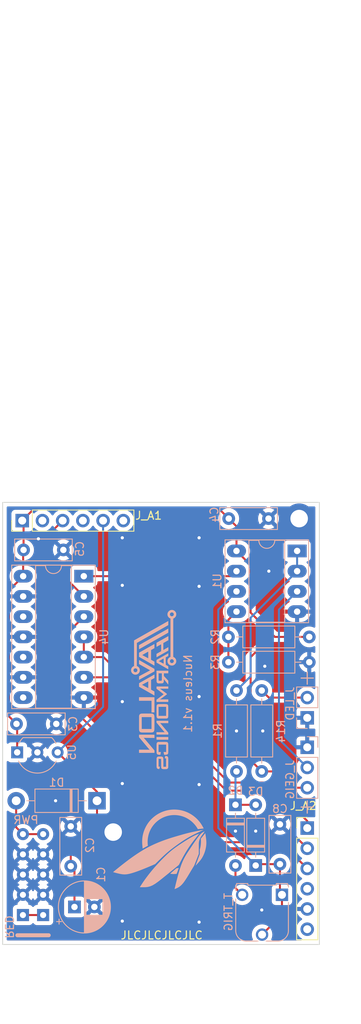
<source format=kicad_pcb>
(kicad_pcb (version 20211014) (generator pcbnew)
  (title_block (date "2022-03-21"))
  (layers (0 "F.Cu" signal) (31 "B.Cu" signal) (34 "B.Paste" user) (35 "F.Paste" user) (36 "B.SilkS" user "B.Silkscreen") (37 "F.SilkS" user "F.Silkscreen") (38 "B.Mask" user) (39 "F.Mask" user) (44 "Edge.Cuts" user))
  (net 0 "")
  (net 1 "GND")
  (net 2 "+5V")
  (net 3 "Net-(R2-Pad2)")
  (net 4 "Net-(D2-Pad1)")
  (net 5 "Net-(R1-Pad1)")
  (net 6 "Net-(C8-Pad1)")
  (net 7 "Net-(D2-Pad2)")
  (net 8 "Net-(U1-Pad7)")
  (net 9 "Net-(J_A1-Pad3)")
  (net 10 "Net-(J_A2-Pad3)")
  (net 11 "Net-(J_A2-Pad1)")
  (net 15 "unconnected-(PWR1-Pad3)")
  (net 21 "Net-(D1-Pad2)")
  (net 22 "Net-(J_LED1-Pad2)")
  (net 23 "Net-(J_GEIG1-Pad2)")
  (net 24 "+12V")
  (net 25 "Net-(J_A2-Pad2)")
  (footprint "Connector_PinHeader_2.54mm:PinHeader_1x06_P2.54mm_Vertical" (layer "F.Cu") (at 155.956 135.89)
    (fp_text reference "J_A2" (at -0.508 -2.794) (layer "F.SilkS"))
    (fp_text value "Conn_01x06_Male")
    (pad "1" thru_hole rect (at 0 0) (size 1.7 1.7) (drill 1) (layers *.Cu *.Mask) (net 11 "Net-(J_A2-Pad1)"))
    (pad "2" thru_hole oval (at 0 2.54) (size 1.7 1.7) (drill 1) (layers *.Cu *.Mask) (net 25 "Net-(J_A2-Pad2)"))
    (pad "3" thru_hole oval (at 0 5.08) (size 1.7 1.7) (drill 1) (layers *.Cu *.Mask) (net 10 "Net-(J_A2-Pad3)"))
    (pad "4" thru_hole oval (at 0 7.62) (size 1.7 1.7) (drill 1) (layers *.Cu *.Mask))
    (pad "5" thru_hole oval (at 0 10.16) (size 1.7 1.7) (drill 1) (layers *.Cu *.Mask) (net 1 "GND"))
    (pad "6" thru_hole oval (at 0 12.7) (size 1.7 1.7) (drill 1) (layers *.Cu *.Mask))
  )
  (footprint "Connector_PinHeader_2.54mm:PinHeader_1x06_P2.54mm_Vertical" (layer "F.Cu") (at 120.142 97.282 90)
    (fp_text reference "J_A1" (at 0.635 15.875) (layer "F.SilkS"))
    (fp_text value "Conn_01x06_Male")
    (pad "1" thru_hole rect (at 0 0 90) (size 1.7 1.7) (drill 1) (layers *.Cu *.Mask) (net 2 "+5V"))
    (pad "2" thru_hole oval (at 0 2.54 90) (size 1.7 1.7) (drill 1) (layers *.Cu *.Mask))
    (pad "3" thru_hole oval (at 0 5.08 90) (size 1.7 1.7) (drill 1) (layers *.Cu *.Mask) (net 9 "Net-(J_A1-Pad3)"))
    (pad "4" thru_hole oval (at 0 7.62 90) (size 1.7 1.7) (drill 1) (layers *.Cu *.Mask))
    (pad "5" thru_hole oval (at 0 10.16 90) (size 1.7 1.7) (drill 1) (layers *.Cu *.Mask) (net 24 "+12V"))
    (pad "6" thru_hole oval (at 0 12.7 90) (size 1.7 1.7) (drill 1) (layers *.Cu *.Mask))
  )
  (footprint "Eurorack:M2 Screw Hole" (layer "F.Cu") (at 131.572 136.398)
    (fp_text reference "REF**" hide)
    (fp_text value "M2 Screw Hole" hide)
    (pad "" thru_hole circle (at 0 0) (size 3.8 3.8) (drill 2.2) (layers *.Cu *.Mask) (net 1 "GND"))
  )
  (footprint "Eurorack:M2 Screw Hole" (layer "F.Cu") (at 154.94 97.028)
    (fp_text reference "REF**" hide)
    (fp_text value "M2 Screw Hole" hide)
    (pad "" thru_hole circle (at 0 0) (size 3.8 3.8) (drill 2.2) (layers *.Cu *.Mask) (net 1 "GND"))
  )
  (footprint "Potentiometer_THT:Potentiometer_Runtron_RM-065_Vertical" (layer "B.Cu") (at 152.781 144.272 180)
    (fp_text reference "T_TRIG1" hide)
    (fp_text value "B1M")
    (pad "1" thru_hole rect (at 0 0 180) (size 1.56 1.56) (drill 1) (layers *.Cu *.Mask) (net 6 "Net-(C8-Pad1)"))
    (pad "2" thru_hole circle (at 2.5 -5 180) (size 1.56 1.56) (drill 1) (layers *.Cu *.Mask) (net 6 "Net-(C8-Pad1)"))
    (pad "3" thru_hole circle (at 5 0 180) (size 1.56 1.56) (drill 1) (layers *.Cu *.Mask) (net 7 "Net-(D2-Pad2)"))
  )
  (footprint "Capacitor_THT:CP_Radial_D6.3mm_P2.50mm" (layer "B.Cu") (at 126.706621 145.796)
    (fp_text reference "C1" (at 3.341379 -4.064 90) (layer "B.SilkS") (effects (justify mirror)))
    (fp_text value "47uF")
    (pad "1" thru_hole rect (at 0 0) (size 1.6 1.6) (drill 0.8) (layers *.Cu *.Mask) (net 24 "+12V"))
    (pad "2" thru_hole circle (at 2.5 0) (size 1.6 1.6) (drill 0.8) (layers *.Cu *.Mask) (net 1 "GND"))
  )
  (footprint "Diode_THT:D_DO-41_SOD81_P10.16mm_Horizontal" (layer "B.Cu") (at 129.54 132.461 180)
    (fp_text reference "D1" (at 5.08 2.286) (layer "B.SilkS") (effects (justify mirror)))
    (fp_text value "1N4001")
    (pad "1" thru_hole rect (at 0 0 180) (size 2.2 2.2) (drill 1.1) (layers *.Cu *.Mask) (net 24 "+12V"))
    (pad "2" thru_hole oval (at 10.16 0 180) (size 2.2 2.2) (drill 1.1) (layers *.Cu *.Mask) (net 21 "Net-(D1-Pad2)"))
  )
  (footprint "Resistor_THT:R_Axial_DIN0207_L6.3mm_D2.5mm_P10.16mm_Horizontal" (layer "B.Cu") (at 146.05 115.062)
    (fp_text reference "R3" (at -1.651 0 90) (layer "B.SilkS") (effects (justify mirror)))
    (fp_text value "10k")
    (pad "1" thru_hole circle (at 0 0) (size 1.6 1.6) (drill 0.8) (layers *.Cu *.Mask) (net 3 "Net-(R2-Pad2)"))
    (pad "2" thru_hole oval (at 10.16 0) (size 1.6 1.6) (drill 0.8) (layers *.Cu *.Mask) (net 1 "GND"))
  )
  (footprint "Logos:Avali Logo 10mm" (layer "B.Cu") (at 137.414 138.557 -90)
    (fp_text reference "G***" hide)
    (fp_text value "LOGO" hide)
  )
  (footprint "Capacitor_THT:C_Disc_D7.0mm_W2.5mm_P5.00mm" (layer "B.Cu") (at 152.527 140.422 90)
    (fp_text reference "C8" (at 6.945 0) (layer "B.SilkS") (effects (justify mirror)))
    (fp_text value "10nF")
    (pad "1" thru_hole circle (at 0 0 90) (size 1.6 1.6) (drill 0.8) (layers *.Cu *.Mask) (net 6 "Net-(C8-Pad1)"))
    (pad "2" thru_hole circle (at 5 0 90) (size 1.6 1.6) (drill 0.8) (layers *.Cu *.Mask) (net 1 "GND"))
  )
  (footprint "Diode_THT:D_DO-35_SOD27_P7.62mm_Horizontal" (layer "B.Cu") (at 149.479 140.589 90)
    (fp_text reference "D3" (at 9.271 0 180) (layer "B.SilkS") (effects (justify mirror)))
    (fp_text value "1N4148")
    (pad "1" thru_hole rect (at 0 0 90) (size 1.6 1.6) (drill 0.8) (layers *.Cu *.Mask) (net 6 "Net-(C8-Pad1)"))
    (pad "2" thru_hole oval (at 7.62 0 90) (size 1.6 1.6) (drill 0.8) (layers *.Cu *.Mask) (net 4 "Net-(D2-Pad1)"))
  )
  (footprint "Package_DIP:DIP-14_W7.62mm_Socket_LongPads" (layer "B.Cu") (at 127.879 104.262 180)
    (fp_text reference "U4" (at -2.55 -7.625 90) (layer "B.SilkS") (effects (justify mirror)))
    (fp_text value "74HC04")
    (pad "1" thru_hole rect (at 0 0 180) (size 2.4 1.6) (drill 0.8) (layers *.Cu *.Mask) (net 8 "Net-(U1-Pad7)"))
    (pad "2" thru_hole oval (at 0 -2.54 180) (size 2.4 1.6) (drill 0.8) (layers *.Cu *.Mask) (net 9 "Net-(J_A1-Pad3)"))
    (pad "3" thru_hole oval (at 0 -5.08 180) (size 2.4 1.6) (drill 0.8) (layers *.Cu *.Mask) (net 10 "Net-(J_A2-Pad3)"))
    (pad "4" thru_hole oval (at 0 -7.62 180) (size 2.4 1.6) (drill 0.8) (layers *.Cu *.Mask) (net 11 "Net-(J_A2-Pad1)"))
    (pad "5" thru_hole oval (at 0 -10.16 180) (size 2.4 1.6) (drill 0.8) (layers *.Cu *.Mask) (net 11 "Net-(J_A2-Pad1)"))
    (pad "6" thru_hole oval (at 0 -12.7 180) (size 2.4 1.6) (drill 0.8) (layers *.Cu *.Mask) (net 25 "Net-(J_A2-Pad2)"))
    (pad "7" thru_hole oval (at 0 -15.24 180) (size 2.4 1.6) (drill 0.8) (layers *.Cu *.Mask) (net 1 "GND"))
    (pad "8" thru_hole oval (at 7.62 -15.24 180) (size 2.4 1.6) (drill 0.8) (layers *.Cu *.Mask))
    (pad "9" thru_hole oval (at 7.62 -12.7 180) (size 2.4 1.6) (drill 0.8) (layers *.Cu *.Mask) (net 1 "GND"))
    (pad "10" thru_hole oval (at 7.62 -10.16 180) (size 2.4 1.6) (drill 0.8) (layers *.Cu *.Mask))
    (pad "11" thru_hole oval (at 7.62 -7.62 180) (size 2.4 1.6) (drill 0.8) (layers *.Cu *.Mask) (net 1 "GND"))
    (pad "12" thru_hole oval (at 7.62 -5.08 180) (size 2.4 1.6) (drill 0.8) (layers *.Cu *.Mask))
    (pad "13" thru_hole oval (at 7.62 -2.54 180) (size 2.4 1.6) (drill 0.8) (layers *.Cu *.Mask) (net 1 "GND"))
    (pad "14" thru_hole oval (at 7.62 0 180) (size 2.4 1.6) (drill 0.8) (layers *.Cu *.Mask) (net 2 "+5V"))
  )
  (footprint "Resistor_THT:R_Axial_DIN0207_L6.3mm_D2.5mm_P10.16mm_Horizontal" (layer "B.Cu") (at 156.21 111.887 180)
    (fp_text reference "R2" (at 11.811 0 90) (layer "B.SilkS") (effects (justify mirror)))
    (fp_text value "120k")
    (pad "1" thru_hole circle (at 0 0 180) (size 1.6 1.6) (drill 0.8) (layers *.Cu *.Mask) (net 2 "+5V"))
    (pad "2" thru_hole oval (at 10.16 0 180) (size 1.6 1.6) (drill 0.8) (layers *.Cu *.Mask) (net 3 "Net-(R2-Pad2)"))
  )
  (footprint "Resistor_THT:R_Axial_DIN0207_L6.3mm_D2.5mm_P10.16mm_Horizontal" (layer "B.Cu") (at 150.241 118.618 -90)
    (fp_text reference "R14" (at 5.12 -2.413 90) (layer "B.SilkS") (effects (justify mirror)))
    (fp_text value "1k")
    (pad "1" thru_hole circle (at 0 0 270) (size 1.6 1.6) (drill 0.8) (layers *.Cu *.Mask) (net 22 "Net-(J_LED1-Pad2)"))
    (pad "2" thru_hole oval (at 10.16 0 270) (size 1.6 1.6) (drill 0.8) (layers *.Cu *.Mask) (net 2 "+5V"))
  )
  (footprint "Capacitor_THT:C_Disc_D7.0mm_W2.5mm_P5.00mm" (layer "B.Cu") (at 120.309 100.965)
    (fp_text reference "C5" (at 7.072 -0.127 90) (layer "B.SilkS") (effects (justify mirror)))
    (fp_text value "0.1uF")
    (pad "1" thru_hole circle (at 0 0) (size 1.6 1.6) (drill 0.8) (layers *.Cu *.Mask) (net 2 "+5V"))
    (pad "2" thru_hole circle (at 5 0) (size 1.6 1.6) (drill 0.8) (layers *.Cu *.Mask) (net 1 "GND"))
  )
  (footprint "Capacitor_THT:C_Disc_D7.0mm_W2.5mm_P5.00mm" (layer "B.Cu") (at 126.238 140.676 90)
    (fp_text reference "C2" (at 2.627 2.413 90) (layer "B.SilkS") (effects (justify mirror)))
    (fp_text value "0.1uF")
    (pad "1" thru_hole circle (at 0 0 90) (size 1.6 1.6) (drill 0.8) (layers *.Cu *.Mask) (net 24 "+12V"))
    (pad "2" thru_hole circle (at 5 0 90) (size 1.6 1.6) (drill 0.8) (layers *.Cu *.Mask) (net 1 "GND"))
  )
  (footprint "Logos:Avalon Harmonics 20mm" (layer "B.Cu") (at 136.652 118.491 -90)
    (fp_text reference "G***" hide)
    (fp_text value "LOGO" hide)
  )
  (footprint "Package_DIP:DIP-8_W7.62mm_Socket_LongPads" (layer "B.Cu") (at 154.686 101.092 180)
    (fp_text reference "U1" (at 10.033 -3.81 90) (layer "B.SilkS") (effects (justify mirror)))
    (fp_text value "LM358")
    (pad "1" thru_hole rect (at 0 0 180) (size 2.4 1.6) (drill 0.8) (layers *.Cu *.Mask) (net 5 "Net-(R1-Pad1)"))
    (pad "2" thru_hole oval (at 0 -2.54 180) (size 2.4 1.6) (drill 0.8) (layers *.Cu *.Mask) (net 5 "Net-(R1-Pad1)"))
    (pad "3" thru_hole oval (at 0 -5.08 180) (size 2.4 1.6) (drill 0.8) (layers *.Cu *.Mask) (net 23 "Net-(J_GEIG1-Pad2)"))
    (pad "4" thru_hole oval (at 0 -7.62 180) (size 2.4 1.6) (drill 0.8) (layers *.Cu *.Mask) (net 1 "GND"))
    (pad "5" thru_hole oval (at 7.62 -7.62 180) (size 2.4 1.6) (drill 0.8) (layers *.Cu *.Mask) (net 3 "Net-(R2-Pad2)"))
    (pad "6" thru_hole oval (at 7.62 -5.08 180) (size 2.4 1.6) (drill 0.8) (layers *.Cu *.Mask) (net 6 "Net-(C8-Pad1)"))
    (pad "7" thru_hole oval (at 7.62 -2.54 180) (size 2.4 1.6) (drill 0.8) (layers *.Cu *.Mask) (net 8 "Net-(U1-Pad7)"))
    (pad "8" thru_hole oval (at 7.62 0 180) (size 2.4 1.6) (drill 0.8) (layers *.Cu *.Mask) (net 2 "+5V"))
  )
  (footprint "Capacitor_THT:C_Disc_D7.0mm_W2.5mm_P5.00mm" (layer "B.Cu") (at 119.42 122.809)
    (fp_text reference "C3" (at 7.112 0 90) (layer "B.SilkS") (effects (justify mirror)))
    (fp_text value "0.1uF")
    (pad "1" thru_hole circle (at 0 0) (size 1.6 1.6) (drill 0.8) (layers *.Cu *.Mask) (net 2 "+5V"))
    (pad "2" thru_hole circle (at 5 0) (size 1.6 1.6) (drill 0.8) (layers *.Cu *.Mask) (net 1 "GND"))
  )
  (footprint "Capacitor_THT:C_Disc_D7.0mm_W2.5mm_P5.00mm" (layer "B.Cu") (at 146.09 97.028)
    (fp_text reference "C4" (at -1.818 -0.508 270) (layer "B.SilkS") (effects (justify mirror)))
    (fp_text value "0.1uF")
    (pad "1" thru_hole circle (at 0 0) (size 1.6 1.6) (drill 0.8) (layers *.Cu *.Mask) (net 2 "+5V"))
    (pad "2" thru_hole circle (at 5 0) (size 1.6 1.6) (drill 0.8) (layers *.Cu *.Mask) (net 1 "GND"))
  )
  (footprint "Connector_PinHeader_2.54mm:PinHeader_1x03_P2.54mm_Vertical" (layer "B.Cu") (at 155.956 125.745 180)
    (fp_text reference "J_GEIG1" hide)
    (fp_text value "Conn_01x03_Male")
    (pad "1" thru_hole rect (at 0 0 180) (size 1.7 1.7) (drill 1) (layers *.Cu *.Mask) (net 1 "GND"))
    (pad "2" thru_hole oval (at 0 -2.54 180) (size 1.7 1.7) (drill 1) (layers *.Cu *.Mask) (net 23 "Net-(J_GEIG1-Pad2)"))
    (pad "3" thru_hole oval (at 0 -5.08 180) (size 1.7 1.7) (drill 1) (layers *.Cu *.Mask) (net 2 "+5V"))
  )
  (footprint "Eurorack:Eurorack Power 10 Pin" (layer "B.Cu") (at 122.769621 141.732 180)
    (fp_text reference "PWR1" hide)
    (fp_text value "PWR_10_Pin" hide)
    (fp_text user "PWR" (at 2.159 6.858) (layer "B.SilkS") (effects (justify mirror)))
    (fp_text user "RED" (at 4.278621 -8.128 270 unlocked) (layer "B.SilkS") (effects (justify left mirror)))
    (pad "1" thru_hole circle (at 0 5.08 180) (size 1.524 1.524) (drill 0.762) (layers *.Cu *.Mask) (net 21 "Net-(D1-Pad2)"))
    (pad "1" thru_hole circle (at 2.54 5.08 180) (size 1.524 1.524) (drill 0.762) (layers *.Cu *.Mask) (net 21 "Net-(D1-Pad2)"))
    (pad "2" thru_hole circle (at 2.54 -2.54 180) (size 1.524 1.524) (drill 0.762) (layers *.Cu *.Mask) (net 1 "GND"))
    (pad "2" thru_hole circle (at 0 0 180) (size 1.524 1.524) (drill 0.762) (layers *.Cu *.Mask) (net 1 "GND"))
    (pad "2" thru_hole circle (at 2.54 0 180) (size 1.524 1.524) (drill 0.762) (layers *.Cu *.Mask) (net 1 "GND"))
    (pad "2" thru_hole circle (at 0 -2.54 180) (size 1.524 1.524) (drill 0.762) (layers *.Cu *.Mask) (net 1 "GND"))
    (pad "2" thru_hole circle (at 2.54 2.54 180) (size 1.524 1.524) (drill 0.762) (layers *.Cu *.Mask) (net 1 "GND"))
    (pad "2" thru_hole circle (at 0 2.54 180) (size 1.524 1.524) (drill 0.762) (layers *.Cu *.Mask) (net 1 "GND"))
    (pad "3" thru_hole rect (at 0 -5.08 180) (size 1.524 1.524) (drill 0.762) (layers *.Cu *.Mask) (net 15 "unconnected-(PWR1-Pad3)"))
    (pad "3" thru_hole rect (at 2.54 -5.08 180) (size 1.524 1.524) (drill 0.762) (layers *.Cu *.Mask) (net 15 "unconnected-(PWR1-Pad3)"))
  )
  (footprint "Package_TO_SOT_THT:TO-92_Inline_Wide" (layer "B.Cu") (at 119.507 126.386)
    (fp_text reference "U5" (at 6.858 -0.021 90) (layer "B.SilkS") (effects (justify mirror)))
    (fp_text value "78L05")
    (pad "1" thru_hole rect (at 0 0) (size 1.5 1.5) (drill 0.8) (layers *.Cu *.Mask) (net 2 "+5V"))
    (pad "2" thru_hole circle (at 2.54 0) (size 1.5 1.5) (drill 0.8) (layers *.Cu *.Mask) (net 1 "GND"))
    (pad "3" thru_hole circle (at 5.08 0) (size 1.5 1.5) (drill 0.8) (layers *.Cu *.Mask) (net 24 "+12V"))
  )
  (footprint "Connector_PinHeader_2.54mm:PinHeader_1x02_P2.54mm_Vertical" (layer "B.Cu") (at 155.956 122.047)
    (fp_text reference "J_LED1" hide)
    (fp_text value "Conn_01x02_Male")
    (pad "1" thru_hole rect (at 0 0) (size 1.7 1.7) (drill 1) (layers *.Cu *.Mask) (net 1 "GND"))
    (pad "2" thru_hole oval (at 0 -2.54) (size 1.7 1.7) (drill 1) (layers *.Cu *.Mask) (net 22 "Net-(J_LED1-Pad2)"))
  )
  (footprint "Resistor_THT:R_Axial_DIN0207_L6.3mm_D2.5mm_P10.16mm_Horizontal" (layer "B.Cu") (at 147.066 118.618 -90)
    (fp_text reference "R1" (at 5.08 2.37 90) (layer "B.SilkS") (effects (justify mirror)))
    (fp_text value "220")
    (pad "1" thru_hole circle (at 0 0 270) (size 1.6 1.6) (drill 0.8) (layers *.Cu *.Mask) (net 5 "Net-(R1-Pad1)"))
    (pad "2" thru_hole oval (at 10.16 0 270) (size 1.6 1.6) (drill 0.8) (layers *.Cu *.Mask) (net 4 "Net-(D2-Pad1)"))
  )
  (footprint "Diode_THT:D_DO-35_SOD27_P7.62mm_Horizontal" (layer "B.Cu") (at 146.939 132.969 -90)
    (fp_text reference "D2" (at -1.778 0 180) (layer "B.SilkS") (effects (justify mirror)))
    (fp_text value "1N4148")
    (pad "1" thru_hole rect (at 0 0 270) (size 1.6 1.6) (drill 0.8) (layers *.Cu *.Mask) (net 4 "Net-(D2-Pad1)"))
    (pad "2" thru_hole oval (at 7.62 0 270) (size 1.6 1.6) (drill 0.8) (layers *.Cu *.Mask) (net 7 "Net-(D2-Pad2)"))
  )
  (gr_rect (start 117.68 94.996) (end 157.48 150.51) (layer "Edge.Cuts") (width 0.1) (fill none))
  (gr_text "Nucleus v1.1" (at 140.97 118.999 90) (layer "B.SilkS") (effects (font (size 1 1)) (justify mirror)))
  (gr_text "J_GEIG\n" (at 153.797 129.794 90) (layer "B.SilkS") (effects (font (size 1 1)) (justify mirror)))
  (gr_text "J_LED\n" (at 153.797 120.269 90) (layer "B.SilkS") (effects (font (size 1 1)) (justify mirror)))
  (gr_text "+" (at 155.956 117.211 180) (layer "B.SilkS") (effects (font (size 2 2)) (justify mirror)))
  (gr_text "T_TRIG" (at 146.05 146.431 90) (layer "B.SilkS") (effects (font (size 1 1)) (justify mirror)))
  (gr_text "+" (at 155.956 133.096) (layer "B.SilkS") (effects (font (size 2 2)) (justify mirror)))
  (gr_text "JLCJLCJLCJLC" (at 137.668 149.352) (layer "F.SilkS") (effects (font (size 1 1))))
  (via (at 150.241 146.177) (size 0.8) (drill 0.4) (layers "F.Cu" "B.Cu") (net 1))
  (via (at 122.174 99.568) (size 0.8) (drill 0.4) (layers "F.Cu" "B.Cu") (net 1))
  (via (at 132.715 99.441) (size 0.8) (drill 0.4) (layers "F.Cu" "B.Cu") (net 1))
  (via (at 147.066 123.698) (size 0.8) (drill 0.4) (layers "F.Cu" "B.Cu") (net 1))
  (via (at 132.715 147.574) (size 0.8) (drill 0.4) (layers "F.Cu" "B.Cu") (net 1))
  (via (at 132.715 130.302) (size 0.8) (drill 0.4) (layers "F.Cu" "B.Cu") (net 1))
  (via (at 150.622 115.57) (size 0.8) (drill 0.4) (layers "F.Cu" "B.Cu") (net 1))
  (via (at 142.367 130.429) (size 0.8) (drill 0.4) (layers "F.Cu" "B.Cu") (net 1))
  (via (at 142.367 119.38) (size 0.8) (drill 0.4) (layers "F.Cu" "B.Cu") (net 1))
  (via (at 124.333 132.461) (size 0.8) (drill 0.4) (layers "F.Cu" "B.Cu") (net 1))
  (via (at 151.13 103.632) (size 0.8) (drill 0.4) (layers "F.Cu" "B.Cu") (net 1))
  (via (at 150.368 123.698) (size 0.8) (drill 0.4) (layers "F.Cu" "B.Cu") (net 1))
  (via (at 146.939 136.271) (size 0.8) (drill 0.4) (layers "F.Cu" "B.Cu") (net 1))
  (via (at 142.367 147.701) (size 0.8) (drill 0.4) (layers "F.Cu" "B.Cu") (net 1))
  (via (at 142.367 99.441) (size 0.8) (drill 0.4) (layers "F.Cu" "B.Cu") (net 1))
  (via (at 132.715 120.015) (size 0.8) (drill 0.4) (layers "F.Cu" "B.Cu") (net 1))
  (via (at 132.715 105.41) (size 0.8) (drill 0.4) (layers "F.Cu" "B.Cu") (net 1))
  (via (at 149.479 136.271) (size 0.8) (drill 0.4) (layers "F.Cu" "B.Cu") (net 1))
  (via (at 142.367 105.537) (size 0.8) (drill 0.4) (layers "F.Cu" "B.Cu") (net 1))
  (segment (start 120.309 100.965) (end 120.309 97.449) (width 0.25) (layer "F.Cu") (net 2))
  (segment (start 120.309 97.449) (end 120.142 97.282) (width 0.25) (layer "F.Cu") (net 2))
  (segment (start 120.142 97.282) (end 121.539 95.885) (width 0.25) (layer "F.Cu") (net 2))
  (segment (start 147.066 98.004) (end 146.09 97.028) (width 0.25) (layer "F.Cu") (net 2))
  (segment (start 119.507 126.386) (end 119.507 122.896) (width 0.25) (layer "F.Cu") (net 2))
  (segment (start 155.956 130.825) (end 153.939 130.825) (width 0.25) (layer "F.Cu") (net 2))
  (segment (start 147.066 101.092) (end 147.066 98.004) (width 0.25) (layer "F.Cu") (net 2))
  (segment (start 120.259 104.262) (end 118.491 106.03) (width 0.25) (layer "F.Cu") (net 2))
  (segment (start 148.844 114.427) (end 151.638 111.633) (width 0.25) (layer "F.Cu") (net 2))
  (segment (start 148.844 108.839) (end 151.638 111.633) (width 0.25) (layer "F.Cu") (net 2))
  (segment (start 151.892 128.778) (end 150.241 128.778) (width 0.25) (layer "F.Cu") (net 2))
  (segment (start 153.939 130.825) (end 151.892 128.778) (width 0.25) (layer "F.Cu") (net 2))
  (segment (start 119.507 122.896) (end 119.42 122.809) (width 0.25) (layer "F.Cu") (net 2))
  (segment (start 148.844 127.381) (end 148.844 114.427) (width 0.25) (layer "F.Cu") (net 2))
  (segment (start 120.259 101.015) (end 120.309 100.965) (width 0.25) (layer "F.Cu") (net 2))
  (segment (start 118.491 106.03) (end 118.491 121.88) (width 0.25) (layer "F.Cu") (net 2))
  (segment (start 151.638 111.633) (end 151.892 111.887) (width 0.25) (layer "F.Cu") (net 2))
  (segment (start 118.491 121.88) (end 119.42 122.809) (width 0.25) (layer "F.Cu") (net 2))
  (segment (start 121.539 95.885) (end 144.947 95.885) (width 0.25) (layer "F.Cu") (net 2))
  (segment (start 150.241 128.778) (end 148.844 127.381) (width 0.25) (layer "F.Cu") (net 2))
  (segment (start 147.066 101.092) (end 148.844 102.87) (width 0.25) (layer "F.Cu") (net 2))
  (segment (start 148.844 102.87) (end 148.844 108.839) (width 0.25) (layer "F.Cu") (net 2))
  (segment (start 120.259 104.262) (end 120.259 101.015) (width 0.25) (layer "F.Cu") (net 2))
  (segment (start 151.892 111.887) (end 156.21 111.887) (width 0.25) (layer "F.Cu") (net 2))
  (segment (start 144.947 95.885) (end 146.09 97.028) (width 0.25) (layer "F.Cu") (net 2))
  (segment (start 146.05 109.728) (end 147.066 108.712) (width 0.25) (layer "F.Cu") (net 3))
  (segment (start 146.05 115.062) (end 146.05 111.887) (width 0.25) (layer "F.Cu") (net 3))
  (segment (start 146.05 111.887) (end 146.05 109.728) (width 0.25) (layer "F.Cu") (net 3))
  (segment (start 149.479 132.969) (end 146.939 132.969) (width 0.25) (layer "F.Cu") (net 4))
  (segment (start 146.939 132.969) (end 146.939 128.905) (width 0.25) (layer "B.Cu") (net 4))
  (segment (start 154.686 103.632) (end 154.686 101.092) (width 0.25) (layer "B.Cu") (net 5))
  (segment (start 148.844 116.84) (end 147.066 118.618) (width 0.25) (layer "B.Cu") (net 5))
  (segment (start 154.686 103.632) (end 148.844 109.474) (width 0.25) (layer "B.Cu") (net 5))
  (segment (start 148.844 109.474) (end 148.844 116.84) (width 0.25) (layer "B.Cu") (net 5))
  (segment (start 152.781 146.772) (end 150.281 149.272) (width 0.25) (layer "F.Cu") (net 6))
  (segment (start 149.646 140.422) (end 149.479 140.589) (width 0.25) (layer "F.Cu") (net 6))
  (segment (start 152.527 140.422) (end 149.646 140.422) (width 0.25) (layer "F.Cu") (net 6))
  (segment (start 152.781 144.272) (end 152.781 146.772) (width 0.25) (layer "F.Cu") (net 6))
  (segment (start 152.527 144.018) (end 152.781 144.272) (width 0.25) (layer "F.Cu") (net 6))
  (segment (start 152.527 140.422) (end 152.527 144.018) (width 0.25) (layer "F.Cu") (net 6))
  (segment (start 144.78 135.89) (end 144.78 108.458) (width 0.25) (layer "B.Cu") (net 6))
  (segment (start 149.479 140.589) (end 144.78 135.89) (width 0.25) (layer "B.Cu") (net 6))
  (segment (start 144.78 108.458) (end 147.066 106.172) (width 0.25) (layer "B.Cu") (net 6))
  (segment (start 146.939 143.43) (end 147.781 144.272) (width 0.25) (layer "F.Cu") (net 7))
  (segment (start 146.939 140.589) (end 146.939 143.43) (width 0.25) (layer "F.Cu") (net 7))
  (segment (start 127.879 104.262) (end 146.436 104.262) (width 0.25) (layer "F.Cu") (net 8))
  (segment (start 146.436 104.262) (end 147.066 103.632) (width 0.25) (layer "F.Cu") (net 8))
  (segment (start 123.698 98.806) (end 125.222 97.282) (width 0.25) (layer "F.Cu") (net 9))
  (segment (start 127.879 106.802) (end 123.698 102.621) (width 0.25) (layer "F.Cu") (net 9))
  (segment (start 123.698 102.621) (end 123.698 98.806) (width 0.25) (layer "F.Cu") (net 9))
  (segment (start 143.256 137.668) (end 125.603 120.015) (width 0.25) (layer "F.Cu") (net 10))
  (segment (start 125.603 111.618) (end 127.879 109.342) (width 0.25) (layer "F.Cu") (net 10))
  (segment (start 152.654 137.668) (end 143.256 137.668) (width 0.25) (layer "F.Cu") (net 10))
  (segment (start 155.956 140.97) (end 152.654 137.668) (width 0.25) (layer "F.Cu") (net 10))
  (segment (start 125.603 120.015) (end 125.603 111.618) (width 0.25) (layer "F.Cu") (net 10))
  (segment (start 130.3605 114.422) (end 127.879 114.422) (width 0.25) (layer "F.Cu") (net 11))
  (segment (start 146.1135 130.175) (end 130.3605 114.422) (width 0.25) (layer "F.Cu") (net 11))
  (segment (start 151.13 130.175) (end 146.1135 130.175) (width 0.25) (layer "F.Cu") (net 11))
  (segment (start 155.956 135.89) (end 155.956 135.001) (width 0.25) (layer "F.Cu") (net 11))
  (segment (start 127.879 111.882) (end 127.879 114.422) (width 0.25) (layer "F.Cu") (net 11))
  (segment (start 155.956 135.001) (end 151.13 130.175) (width 0.25) (layer "F.Cu") (net 11))
  (segment (start 120.229621 146.812) (end 122.769621 146.812) (width 0.25) (layer "F.Cu") (net 15))
  (segment (start 119.38 135.802379) (end 120.229621 136.652) (width 0.25) (layer "F.Cu") (net 21))
  (segment (start 119.38 132.461) (end 119.38 135.802379) (width 0.25) (layer "F.Cu") (net 21))
  (segment (start 120.229621 136.652) (end 122.769621 136.652) (width 0.25) (layer "F.Cu") (net 21))
  (segment (start 151.13 119.507) (end 150.241 118.618) (width 0.25) (layer "F.Cu") (net 22))
  (segment (start 155.956 119.507) (end 151.13 119.507) (width 0.25) (layer "F.Cu") (net 22))
  (segment (start 154.686 106.172) (end 152.4 108.458) (width 0.25) (layer "B.Cu") (net 23))
  (segment (start 152.4 124.729) (end 155.956 128.285) (width 0.25) (layer "B.Cu") (net 23))
  (segment (start 152.4 108.458) (end 152.4 124.729) (width 0.25) (layer "B.Cu") (net 23))
  (segment (start 126.706621 145.796) (end 126.706621 141.144621) (width 0.25) (layer "F.Cu") (net 24))
  (segment (start 129.54 135.01263) (end 129.54 132.461) (width 0.25) (layer "F.Cu") (net 24))
  (segment (start 126.238 140.676) (end 126.238 138.31463) (width 0.25) (layer "F.Cu") (net 24))
  (segment (start 129.54 131.339) (end 124.587 126.386) (width 0.25) (layer "F.Cu") (net 24))
  (segment (start 129.54 132.461) (end 129.54 131.339) (width 0.25) (layer "F.Cu") (net 24))
  (segment (start 126.238 138.31463) (end 129.54 135.01263) (width 0.25) (layer "F.Cu") (net 24))
  (segment (start 126.706621 141.144621) (end 126.238 140.676) (width 0.25) (layer "F.Cu") (net 24))
  (segment (start 130.302 120.671) (end 130.302 97.282) (width 0.25) (layer "B.Cu") (net 24))
  (segment (start 124.587 126.386) (end 130.302 120.671) (width 0.25) (layer "B.Cu") (net 24))
  (segment (start 154.305 136.779) (end 154.305 134.874) (width 0.25) (layer "F.Cu") (net 25))
  (segment (start 150.622 131.191) (end 145.796 131.191) (width 0.25) (layer "F.Cu") (net 25))
  (segment (start 145.796 131.191) (end 131.567 116.962) (width 0.25) (layer "F.Cu") (net 25))
  (segment (start 155.956 138.43) (end 154.305 136.779) (width 0.25) (layer "F.Cu") (net 25))
  (segment (start 131.567 116.962) (end 127.879 116.962) (width 0.25) (layer "F.Cu") (net 25))
  (segment (start 154.305 134.874) (end 150.622 131.191) (width 0.25) (layer "F.Cu") (net 25))
  (zone (net 1) (net_name "GND") (layer "F.Cu") (connect_pads (clearance 0.508)) (min_thickness 0.254) (fill yes (thermal_gap 0.508) (thermal_bridge_width 0.508))
    (polygon (pts (xy 157.734 150.876) (xy 117.348 150.876) (xy 117.348 94.742) (xy 157.734 94.742)))
  )
  (zone (net 1) (net_name "GND") (layer "B.Cu") (connect_pads (clearance 0.508)) (min_thickness 0.254) (fill yes (thermal_gap 0.508) (thermal_bridge_width 0.508))
    (polygon (pts (xy 157.734 150.876) (xy 117.348 150.876) (xy 117.348 94.742) (xy 157.734 94.742)))
  )
)
</source>
